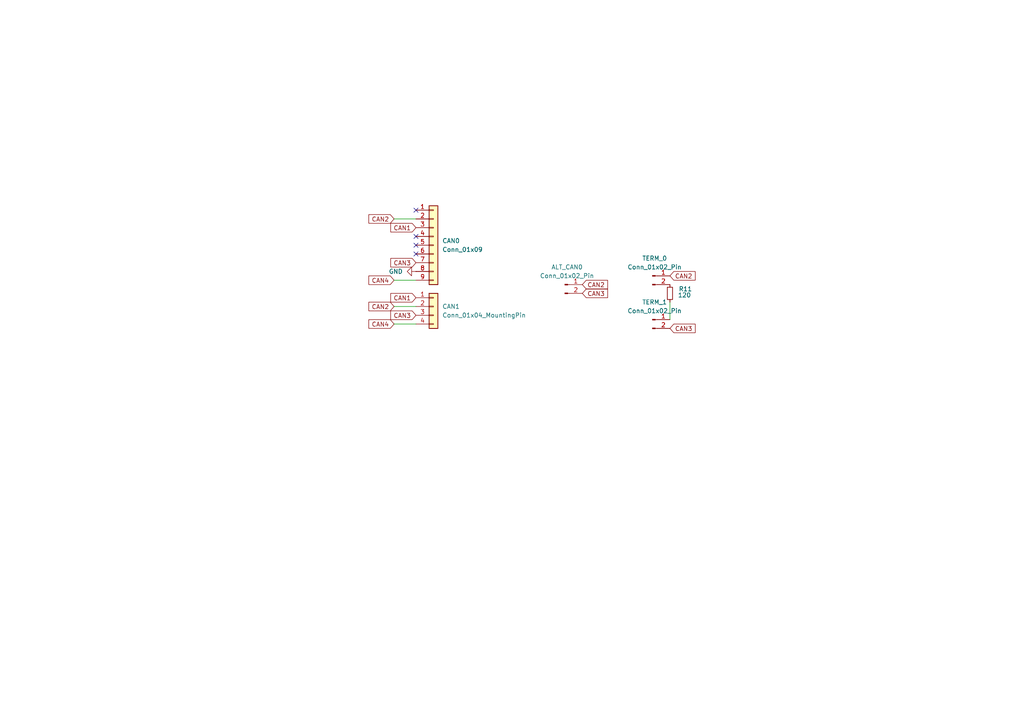
<source format=kicad_sch>
(kicad_sch (version 20250114) (generator "eeschema") (generator_version "9.0")
  (paper "A4")
  (lib_symbols
    (symbol "Connector:Conn_01x02_Pin" (pin_names (offset 1.016) (hide yes))
      (property "Reference" "J" (at 0 2.54 0))
      (property "Value" "Conn_01x02_Pin" (at 0 -5.08 0))
      (symbol "Conn_01x02_Pin_1_1"
        (rectangle (start 0.8636 0.127) (end 0 -0.127) (stroke (width 0.1524)) (fill (type outline)))
        (rectangle (start 0.8636 -2.413) (end 0 -2.667) (stroke (width 0.1524)) (fill (type outline)))
        (polyline (pts (xy 1.27 0) (xy 0.8636 0)) (stroke (width 0.1524)))
        (polyline (pts (xy 1.27 -2.54) (xy 0.8636 -2.54)) (stroke (width 0.1524)))
        (pin passive line (at 5.08 0 180) (length 3.81) (name "Pin_1") (number "1"))
        (pin passive line (at 5.08 -2.54 180) (length 3.81) (name "Pin_2") (number "2"))
      )
    )
    (symbol "Connector_Generic:Conn_01x09" (pin_names (offset 1.016) (hide yes))
      (property "Reference" "J" (at 0 12.7 0))
      (property "Value" "Conn_01x09" (at 0 -12.7 0))
      (symbol "Conn_01x09_1_1"
        (rectangle (start -1.27 11.43) (end 1.27 -11.43) (stroke (width 0.254)) (fill (type background)))
        (rectangle (start -1.27 10.287) (end 0 10.033) (stroke (width 0.1524)))
        (rectangle (start -1.27 7.747) (end 0 7.493) (stroke (width 0.1524)))
        (rectangle (start -1.27 5.207) (end 0 4.953) (stroke (width 0.1524)))
        (rectangle (start -1.27 2.667) (end 0 2.413) (stroke (width 0.1524)))
        (rectangle (start -1.27 0.127) (end 0 -0.127) (stroke (width 0.1524)))
        (rectangle (start -1.27 -2.413) (end 0 -2.667) (stroke (width 0.1524)))
        (rectangle (start -1.27 -4.953) (end 0 -5.207) (stroke (width 0.1524)))
        (rectangle (start -1.27 -7.493) (end 0 -7.747) (stroke (width 0.1524)))
        (rectangle (start -1.27 -10.033) (end 0 -10.287) (stroke (width 0.1524)))
        (pin passive line (at -5.08 10.16 0) (length 3.81) (name "Pin_1") (number "1"))
        (pin passive line (at -5.08 7.62 0) (length 3.81) (name "Pin_2") (number "2"))
        (pin passive line (at -5.08 5.08 0) (length 3.81) (name "Pin_3") (number "3"))
        (pin passive line (at -5.08 2.54 0) (length 3.81) (name "Pin_4") (number "4"))
        (pin passive line (at -5.08 0 0) (length 3.81) (name "Pin_5") (number "5"))
        (pin passive line (at -5.08 -2.54 0) (length 3.81) (name "Pin_6") (number "6"))
        (pin passive line (at -5.08 -5.08 0) (length 3.81) (name "Pin_7") (number "7"))
        (pin passive line (at -5.08 -7.62 0) (length 3.81) (name "Pin_8") (number "8"))
        (pin passive line (at -5.08 -10.16 0) (length 3.81) (name "Pin_9") (number "9"))
      )
    )
    (symbol "Connector_Generic_MountingPin:Conn_01x04_MountingPin" (pin_names (offset 1.016) (hide yes))
      (property "Reference" "J3CAN1" (at 2.54 -0.3555 0))
      (property "Value" "Conn_01x04_MountingPin" (at 2.54 -2.8955 0))
      (symbol "Conn_01x04_MountingPin_1_1"
        (rectangle (start -1.27 3.81) (end 1.27 -6.35) (stroke (width 0.254)) (fill (type background)))
        (rectangle (start -1.27 2.667) (end 0 2.413) (stroke (width 0.1524)))
        (rectangle (start -1.27 0.127) (end 0 -0.127) (stroke (width 0.1524)))
        (rectangle (start -1.27 -2.413) (end 0 -2.667) (stroke (width 0.1524)))
        (rectangle (start -1.27 -4.953) (end 0 -5.207) (stroke (width 0.1524)))
        (pin passive line (at -5.08 2.54 0) (length 3.81) (name "Pin_1") (number "1"))
        (pin passive line (at -5.08 0 0) (length 3.81) (name "Pin_2") (number "2"))
        (pin passive line (at -5.08 -2.54 0) (length 3.81) (name "Pin_3") (number "3"))
        (pin passive line (at -5.08 -5.08 0) (length 3.81) (name "Pin_4") (number "4"))
      )
    )
    (symbol "Device:R_Small" (pin_numbers (hide yes)) (pin_names (offset 0.254) (hide yes))
      (property "Reference" "R" (at 0.762 0.508 0))
      (property "Value" "R_Small" (at 0.762 -1.016 0))
      (symbol "R_Small_0_1"
        (rectangle (start -0.762 1.778) (end 0.762 -1.778) (stroke (width 0.2032)))
      )
      (symbol "R_Small_1_1"
        (pin passive line (at 0 2.54 270) (length 0.762) (name "~") (number "1"))
        (pin passive line (at 0 -2.54 90) (length 0.762) (name "~") (number "2"))
      )
    )
    (symbol "power:GND" (power) (pin_numbers (hide yes)) (pin_names (offset 0) (hide yes))
      (property "Value" "GND" (at 0 -3.81 0))
      (symbol "GND_0_1"
        (polyline (pts (xy 0 0) (xy 0 -1.27) (xy 1.27 -1.27) (xy 0 -2.54) (xy -1.27 -1.27) (xy 0 -1.27)))
      )
      (symbol "GND_1_1"
        (pin power_in line (at 0 0 270) (length 0) (name "~") (number "1"))
      )
    )
  )
  (no_connect (at 120.65 68.58))
  (no_connect (at 120.65 73.66))
  (no_connect (at 120.65 60.96))
  (no_connect (at 120.65 71.12))
  (wire (pts (xy 114.3 88.9) (xy 120.65 88.9)))
  (wire (pts (xy 114.3 93.98) (xy 120.65 93.98)))
  (wire (pts (xy 114.3 63.5) (xy 120.65 63.5)))
  (wire (pts (xy 194.31 87.63) (xy 194.31 92.71)))
  (wire (pts (xy 114.3 81.28) (xy 120.65 81.28)))
  (global_label "CAN2" (shape input) (at 194.31 80.01 0) (property "Intersheetrefs" "${INTERSHEET_REFS}" (effects (hide yes))))
  (global_label "CAN2" (shape input) (at 114.3 63.5 180) (property "Intersheetrefs" "${INTERSHEET_REFS}" (effects (hide yes))))
  (global_label "CAN4" (shape input) (at 114.3 93.98 180) (property "Intersheetrefs" "${INTERSHEET_REFS}" (effects (hide yes))))
  (global_label "CAN3" (shape input) (at 120.65 76.2 180) (property "Intersheetrefs" "${INTERSHEET_REFS}" (effects (hide yes))))
  (global_label "CAN3" (shape input) (at 168.91 85.09 0) (property "Intersheetrefs" "${INTERSHEET_REFS}" (effects (hide yes))))
  (global_label "CAN3" (shape input) (at 194.31 95.25 0) (property "Intersheetrefs" "${INTERSHEET_REFS}" (effects (hide yes))))
  (global_label "CAN2" (shape input) (at 168.91 82.55 0) (property "Intersheetrefs" "${INTERSHEET_REFS}" (effects (hide yes))))
  (global_label "CAN1" (shape input) (at 120.65 86.36 180) (property "Intersheetrefs" "${INTERSHEET_REFS}" (effects (hide yes))))
  (global_label "CAN2" (shape input) (at 114.3 88.9 180) (property "Intersheetrefs" "${INTERSHEET_REFS}" (effects (hide yes))))
  (global_label "CAN1" (shape input) (at 120.65 66.04 180) (property "Intersheetrefs" "${INTERSHEET_REFS}" (effects (hide yes))))
  (global_label "CAN4" (shape input) (at 114.3 81.28 180) (property "Intersheetrefs" "${INTERSHEET_REFS}" (effects (hide yes))))
  (global_label "CAN3" (shape input) (at 120.65 91.44 180) (property "Intersheetrefs" "${INTERSHEET_REFS}" (effects (hide yes))))
  (symbol (lib_id "Connector_Generic:Conn_01x09") (at 125.73 71.12 0) (unit 1)
    (property "Reference" "CAN0" (at 128.27 69.8499 0) (effects (justify left)))
    (property "Value" "Conn_01x09" (at 128.27 72.3899 0) (effects (justify left)))
    (property "Footprint" "Connector_Dsub:DSUB-9_Pins_Horizontal_P2.77x2.84mm_EdgePinOffset4.94mm_Housed_MountingHolesOffset4.94mm" (effects (hide yes)))
    (property "Description" "Generic connector, single row, 01x09, script generated (kicad-library-utils/schlib/autogen/connector/)" (effects (hide yes)))
  )
  (symbol (lib_id "Connector:Conn_01x02_Pin") (at 163.83 82.55 0) (unit 1)
    (property "Reference" "ALT_CAN0" (at 164.465 77.47 0))
    (property "Value" "Conn_01x02_Pin" (at 164.465 80.01 0))
    (property "Footprint" "Connector_Wire:SolderWire-0.1sqmm_1x02_P3.6mm_D0.4mm_OD1mm_Relief" (effects (hide yes)))
    (property "Description" "Generic connector, single row, 01x02, script generated" (effects (hide yes)))
  )
  (symbol (lib_id "Device:R_Small") (at 194.31 85.09 0) (unit 1)
    (property "Reference" "R11" (at 196.85 83.8199 0) (effects (justify left)))
    (property "Value" "120" (at 196.596 85.598 0) (effects (justify left)))
    (property "Footprint" "Resistor_SMD:R_1206_3216Metric" (effects (hide yes)))
    (property "Description" "Resistor, small symbol" (effects (hide yes)))
  )
  (symbol (lib_id "Connector_Generic_MountingPin:Conn_01x04_MountingPin") (at 125.73 88.9 0) (unit 1)
    (property "Reference" "CAN1" (at 128.27 88.8999 0) (effects (justify left)))
    (property "Value" "Conn_01x04_MountingPin" (at 128.27 91.4399 0) (effects (justify left)))
    (property "Footprint" "Connector_Wire:SolderWire-0.1sqmm_1x04_P3.6mm_D0.4mm_OD1mm_Relief" (effects (hide yes)))
    (property "Description" "Generic connectable mounting pin connector, single row, 01x04, script generated (kicad-library-utils/schlib/autogen/connector/)" (effects (hide yes)))
  )
  (symbol (lib_id "Connector:Conn_01x02_Pin") (at 189.23 80.01 0) (unit 1)
    (property "Reference" "TERM_0" (at 189.865 74.93 0))
    (property "Value" "Conn_01x02_Pin" (at 189.865 77.47 0))
    (property "Footprint" "Connector_PinHeader_1.27mm:PinHeader_1x02_P1.27mm_Vertical" (effects (hide yes)))
    (property "Description" "Generic connector, single row, 01x02, script generated" (effects (hide yes)))
  )
  (symbol (lib_id "Connector:Conn_01x02_Pin") (at 189.23 92.71 0) (unit 1)
    (property "Reference" "TERM_1" (at 189.865 87.63 0))
    (property "Value" "Conn_01x02_Pin" (at 189.865 90.17 0))
    (property "Footprint" "Connector_PinHeader_1.27mm:PinHeader_1x02_P1.27mm_Vertical" (effects (hide yes)))
    (property "Description" "Generic connector, single row, 01x02, script generated" (effects (hide yes)))
  )
  (symbol (lib_id "power:GND") (at 120.65 78.74 270) (unit 1)
    (property "Reference" "#PWR039" (effects (hide yes)))
    (property "Value" "GND" (at 116.84 78.7399 90) (effects (justify right)))
    (property "Description" "Power symbol creates a global label with name \"GND\" , ground" (effects (hide yes)))
  )
)
</source>
